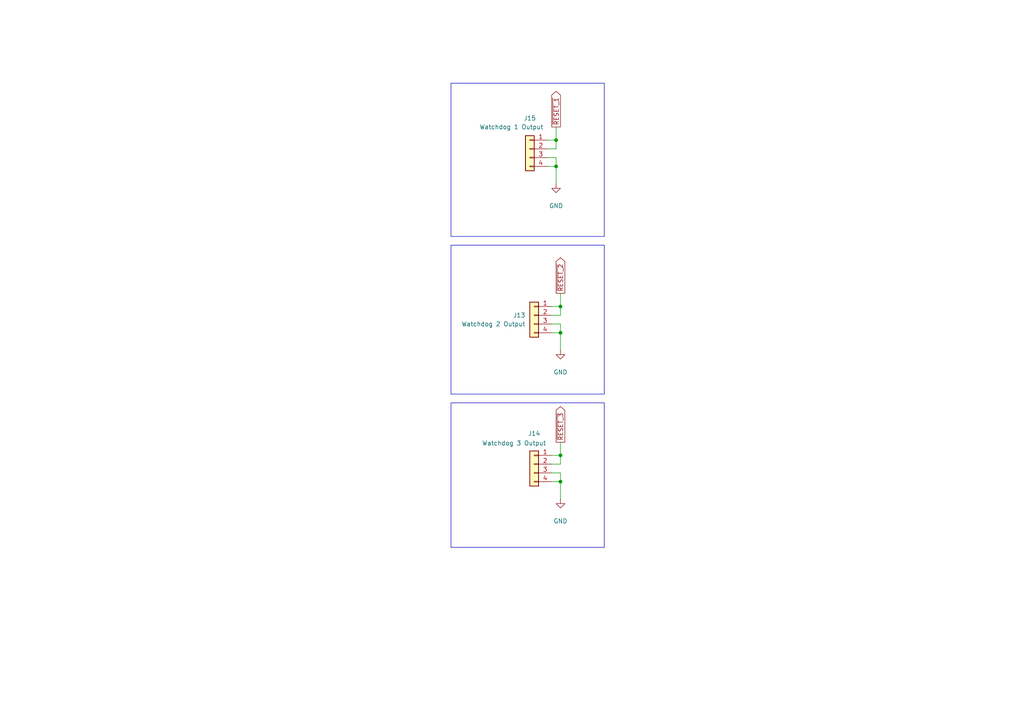
<source format=kicad_sch>
(kicad_sch (version 20250114) (generator "eeschema") (generator_version "9.0")
  (paper "A4")
  (lib_symbols
    (symbol "Connector_Generic:Conn_01x04" (pin_names (offset 1.016) (hide yes))
      (property "Reference" "J" (at 0 5.08 0))
      (property "Value" "Conn_01x04" (at 0 -7.62 0))
      (symbol "Conn_01x04_1_1"
        (rectangle (start -1.27 3.81) (end 1.27 -6.35) (stroke (width 0.254)) (fill (type background)))
        (rectangle (start -1.27 2.667) (end 0 2.413) (stroke (width 0.1524)))
        (rectangle (start -1.27 0.127) (end 0 -0.127) (stroke (width 0.1524)))
        (rectangle (start -1.27 -2.413) (end 0 -2.667) (stroke (width 0.1524)))
        (rectangle (start -1.27 -4.953) (end 0 -5.207) (stroke (width 0.1524)))
        (pin passive line (at -5.08 2.54 0) (length 3.81) (name "Pin_1") (number "1"))
        (pin passive line (at -5.08 0 0) (length 3.81) (name "Pin_2") (number "2"))
        (pin passive line (at -5.08 -2.54 0) (length 3.81) (name "Pin_3") (number "3"))
        (pin passive line (at -5.08 -5.08 0) (length 3.81) (name "Pin_4") (number "4"))
      )
    )
    (symbol "GND_1" (power) (pin_numbers (hide yes)) (pin_names (offset 0) (hide yes))
      (property "Value" "GND" (at 0 -3.81 0))
      (symbol "GND_1_0_1"
        (polyline (pts (xy 0 0) (xy 0 -1.27) (xy 1.27 -1.27) (xy 0 -2.54) (xy -1.27 -1.27) (xy 0 -1.27)))
      )
      (symbol "GND_1_1_1"
        (pin power_in line (at 0 0 270) (length 0) (name "~") (number "1"))
      )
    )
  )
  (rectangle (start 130.81 116.84) (end 175.26 158.75))
  (rectangle (start 130.81 71.12) (end 175.26 114.3))
  (rectangle (start 130.81 24.13) (end 175.26 68.58))
  (junction (at 162.56 96.52))
  (junction (at 162.56 139.7))
  (junction (at 162.56 132.08))
  (junction (at 161.29 40.64))
  (junction (at 161.29 48.26))
  (junction (at 162.56 88.9))
  (wire (pts (xy 162.56 96.52) (xy 160.02 96.52)))
  (wire (pts (xy 162.56 139.7) (xy 162.56 137.16)))
  (wire (pts (xy 162.56 132.08) (xy 160.02 132.08)))
  (wire (pts (xy 161.29 40.64) (xy 158.75 40.64)))
  (wire (pts (xy 161.29 48.26) (xy 158.75 48.26)))
  (wire (pts (xy 162.56 93.98) (xy 160.02 93.98)))
  (wire (pts (xy 162.56 88.9) (xy 160.02 88.9)))
  (wire (pts (xy 162.56 137.16) (xy 160.02 137.16)))
  (wire (pts (xy 162.56 101.6) (xy 162.56 96.52)))
  (wire (pts (xy 161.29 48.26) (xy 161.29 45.72)))
  (wire (pts (xy 161.29 40.64) (xy 161.29 43.18)))
  (wire (pts (xy 162.56 85.09) (xy 162.56 88.9)))
  (wire (pts (xy 161.29 43.18) (xy 158.75 43.18)))
  (wire (pts (xy 162.56 134.62) (xy 160.02 134.62)))
  (wire (pts (xy 162.56 96.52) (xy 162.56 93.98)))
  (wire (pts (xy 162.56 128.27) (xy 162.56 132.08)))
  (wire (pts (xy 162.56 88.9) (xy 162.56 91.44)))
  (wire (pts (xy 162.56 139.7) (xy 160.02 139.7)))
  (wire (pts (xy 161.29 45.72) (xy 158.75 45.72)))
  (wire (pts (xy 162.56 144.78) (xy 162.56 139.7)))
  (wire (pts (xy 162.56 132.08) (xy 162.56 134.62)))
  (wire (pts (xy 161.29 36.83) (xy 161.29 40.64)))
  (wire (pts (xy 161.29 53.34) (xy 161.29 48.26)))
  (wire (pts (xy 162.56 91.44) (xy 160.02 91.44)))
  (global_label "~{RESET_2}" (shape output) (at 162.56 85.09 90) (property "Intersheetrefs" "${INTERSHEET_REFS}" (effects (hide yes))))
  (global_label "~{RESET_3}" (shape output) (at 162.56 128.27 90) (property "Intersheetrefs" "${INTERSHEET_REFS}" (effects (hide yes))))
  (global_label "~{RESET_1}" (shape output) (at 161.29 36.83 90) (property "Intersheetrefs" "${INTERSHEET_REFS}" (effects (hide yes))))
  (symbol (lib_id "Connector_Generic:Conn_01x04") (at 154.94 91.44 0) (mirror y) (unit 1)
    (property "Reference" "J13" (at 152.4 91.4399 0) (effects (justify left)))
    (property "Value" "Watchdog 2 Output" (at 152.4 93.9799 0) (effects (justify left)))
    (property "Footprint" "Connector_PinHeader_2.54mm:PinHeader_1x04_P2.54mm_Vertical" (effects (hide yes)))
  )
  (symbol (lib_id "Connector_Generic:Conn_01x04") (at 154.94 134.62 0) (mirror y) (unit 1)
    (property "Reference" "J14" (at 154.94 125.73 0))
    (property "Value" "Watchdog 3 Output" (at 149.098 128.524 0))
    (property "Footprint" "Connector_PinHeader_2.54mm:PinHeader_1x04_P2.54mm_Vertical" (effects (hide yes)))
  )
  (symbol (lib_name "GND_1") (lib_id "power:GND") (at 162.56 101.6 0) (mirror y) (unit 1)
    (property "Reference" "#PWR0102" (effects (hide yes)))
    (property "Value" "GND" (at 162.56 107.95 0))
    (property "Description" "Power symbol creates a global label with name \"GND\" , ground" (effects (hide yes)))
  )
  (symbol (lib_id "Connector_Generic:Conn_01x04") (at 153.67 43.18 0) (mirror y) (unit 1)
    (property "Reference" "J15" (at 153.67 34.29 0))
    (property "Value" "Watchdog 1 Output" (at 148.336 36.83 0))
    (property "Footprint" "Connector_PinHeader_2.54mm:PinHeader_1x04_P2.54mm_Vertical" (effects (hide yes)))
  )
  (symbol (lib_name "GND_1") (lib_id "power:GND") (at 162.56 144.78 0) (mirror y) (unit 1)
    (property "Reference" "#PWR0103" (effects (hide yes)))
    (property "Value" "GND" (at 162.56 151.13 0))
    (property "Description" "Power symbol creates a global label with name \"GND\" , ground" (effects (hide yes)))
  )
  (symbol (lib_name "GND_1") (lib_id "power:GND") (at 161.29 53.34 0) (mirror y) (unit 1)
    (property "Reference" "#PWR0104" (effects (hide yes)))
    (property "Value" "GND" (at 161.29 59.69 0))
    (property "Description" "Power symbol creates a global label with name \"GND\" , ground" (effects (hide yes)))
  )
)
</source>
